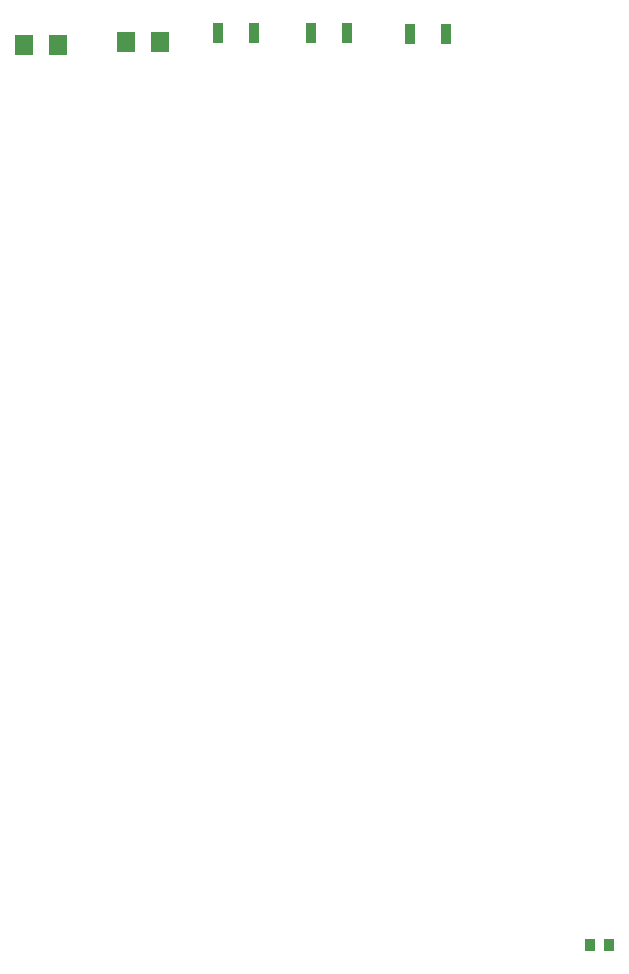
<source format=gbr>
G04 EAGLE Gerber RS-274X export*
G75*
%MOMM*%
%FSLAX34Y34*%
%LPD*%
%INSolderpaste Top*%
%IPPOS*%
%AMOC8*
5,1,8,0,0,1.08239X$1,22.5*%
G01*
G04 Define Apertures*
%ADD10R,1.600000X1.803000*%
%ADD11R,0.949959X1.031241*%
%ADD12R,0.961800X1.711800*%
D10*
X732540Y919480D03*
X760980Y919480D03*
X818900Y922020D03*
X847340Y922020D03*
D11*
X1211199Y157480D03*
X1227201Y157480D03*
D12*
X896610Y929640D03*
X927110Y929640D03*
X975350Y929640D03*
X1005850Y929640D03*
X1059170Y928370D03*
X1089670Y928370D03*
M02*

</source>
